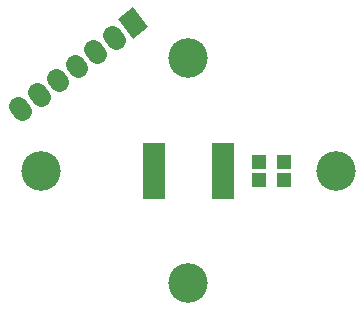
<source format=gts>
G04 #@! TF.FileFunction,Soldermask,Top*
%FSLAX46Y46*%
G04 Gerber Fmt 4.6, Leading zero omitted, Abs format (unit mm)*
G04 Created by KiCad (PCBNEW 4.0.7+dfsg1-1) date Wed Jan 17 01:01:51 2018*
%MOMM*%
%LPD*%
G01*
G04 APERTURE LIST*
%ADD10C,0.100000*%
%ADD11C,1.598880*%
%ADD12R,1.850000X0.850000*%
%ADD13C,3.346400*%
%ADD14R,1.150000X1.200000*%
G04 APERTURE END LIST*
D10*
G36*
X84790938Y-82683318D02*
X86060148Y-84355441D01*
X84786592Y-85322122D01*
X83517382Y-83649999D01*
X84790938Y-82683318D01*
X84790938Y-82683318D01*
G37*
D11*
X83347783Y-85410585D02*
X83045253Y-85012017D01*
X81753512Y-86620702D02*
X81450982Y-86222134D01*
X80161265Y-87829284D02*
X79858735Y-87430716D01*
X78569018Y-89037866D02*
X78266488Y-88639298D01*
X76974747Y-90247983D02*
X76672217Y-89849415D01*
X75382500Y-91456564D02*
X75079970Y-91057996D01*
D12*
X86550000Y-94550000D03*
X86550000Y-95200000D03*
X86550000Y-95850000D03*
X86550000Y-96500000D03*
X86550000Y-97150000D03*
X86550000Y-97800000D03*
X86550000Y-98450000D03*
X92450000Y-98450000D03*
X92450000Y-97800000D03*
X92450000Y-97150000D03*
X92450000Y-96500000D03*
X92450000Y-95850000D03*
X92450000Y-95200000D03*
X92450000Y-94550000D03*
D13*
X102000000Y-96520000D03*
X89500000Y-87000000D03*
X89500000Y-106000000D03*
X77000000Y-96500000D03*
D14*
X95504000Y-95782000D03*
X95504000Y-97282000D03*
X97599500Y-95782000D03*
X97599500Y-97282000D03*
M02*

</source>
